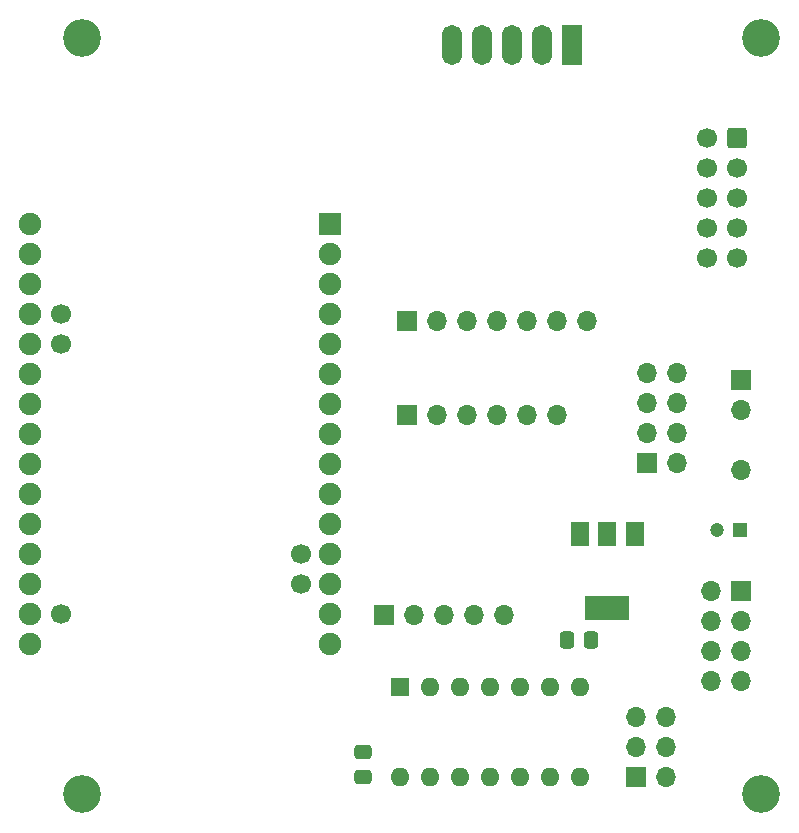
<source format=gbs>
G04 #@! TF.GenerationSoftware,KiCad,Pcbnew,7.0.5*
G04 #@! TF.CreationDate,2024-02-16T17:16:27-05:00*
G04 #@! TF.ProjectId,SoyuzControlBoard,536f7975-7a43-46f6-9e74-726f6c426f61,rev?*
G04 #@! TF.SameCoordinates,Original*
G04 #@! TF.FileFunction,Soldermask,Bot*
G04 #@! TF.FilePolarity,Negative*
%FSLAX46Y46*%
G04 Gerber Fmt 4.6, Leading zero omitted, Abs format (unit mm)*
G04 Created by KiCad (PCBNEW 7.0.5) date 2024-02-16 17:16:27*
%MOMM*%
%LPD*%
G01*
G04 APERTURE LIST*
G04 Aperture macros list*
%AMRoundRect*
0 Rectangle with rounded corners*
0 $1 Rounding radius*
0 $2 $3 $4 $5 $6 $7 $8 $9 X,Y pos of 4 corners*
0 Add a 4 corners polygon primitive as box body*
4,1,4,$2,$3,$4,$5,$6,$7,$8,$9,$2,$3,0*
0 Add four circle primitives for the rounded corners*
1,1,$1+$1,$2,$3*
1,1,$1+$1,$4,$5*
1,1,$1+$1,$6,$7*
1,1,$1+$1,$8,$9*
0 Add four rect primitives between the rounded corners*
20,1,$1+$1,$2,$3,$4,$5,0*
20,1,$1+$1,$4,$5,$6,$7,0*
20,1,$1+$1,$6,$7,$8,$9,0*
20,1,$1+$1,$8,$9,$2,$3,0*%
G04 Aperture macros list end*
%ADD10R,1.700000X1.700000*%
%ADD11O,1.700000X1.700000*%
%ADD12C,3.200000*%
%ADD13C,1.700000*%
%ADD14R,1.200000X1.200000*%
%ADD15C,1.200000*%
%ADD16RoundRect,0.250000X0.600000X0.600000X-0.600000X0.600000X-0.600000X-0.600000X0.600000X-0.600000X0*%
%ADD17RoundRect,0.250000X0.337500X0.475000X-0.337500X0.475000X-0.337500X-0.475000X0.337500X-0.475000X0*%
%ADD18RoundRect,0.102000X0.850000X0.850000X-0.850000X0.850000X-0.850000X-0.850000X0.850000X-0.850000X0*%
%ADD19C,1.904000*%
%ADD20R,1.600000X1.600000*%
%ADD21O,1.600000X1.600000*%
%ADD22R,1.500000X2.000000*%
%ADD23R,3.800000X2.000000*%
%ADD24R,1.700000X3.400000*%
%ADD25O,1.700000X3.400000*%
%ADD26RoundRect,0.250000X0.475000X-0.337500X0.475000X0.337500X-0.475000X0.337500X-0.475000X-0.337500X0*%
G04 APERTURE END LIST*
D10*
X118400000Y-84980000D03*
D11*
X120940000Y-84980000D03*
X118400000Y-82440000D03*
X120940000Y-82440000D03*
X118400000Y-79900000D03*
X120940000Y-79900000D03*
D12*
X71500000Y-86400000D03*
D13*
X69700000Y-45720000D03*
D12*
X129000000Y-22400000D03*
D13*
X90020000Y-68580000D03*
D12*
X71500000Y-22400000D03*
D13*
X69700000Y-48260000D03*
D10*
X127290000Y-69200000D03*
D11*
X124750000Y-69200000D03*
X127290000Y-71740000D03*
X124750000Y-71740000D03*
X127290000Y-74280000D03*
X124750000Y-74280000D03*
X127290000Y-76820000D03*
X124750000Y-76820000D03*
D13*
X69700000Y-71120000D03*
D12*
X129000000Y-86400000D03*
D13*
X90020000Y-66040000D03*
D14*
X127250000Y-64050000D03*
D15*
X125250000Y-64050000D03*
D10*
X119360000Y-58340000D03*
D11*
X121900000Y-58340000D03*
X119360000Y-55800000D03*
X121900000Y-55800000D03*
X119360000Y-53260000D03*
X121900000Y-53260000D03*
X119360000Y-50720000D03*
X121900000Y-50720000D03*
D16*
X127000000Y-30840000D03*
D13*
X124460000Y-30840000D03*
X127000000Y-33380000D03*
X124460000Y-33380000D03*
X127000000Y-35920000D03*
X124460000Y-35920000D03*
X127000000Y-38460000D03*
X124460000Y-38460000D03*
X127000000Y-41000000D03*
X124460000Y-41000000D03*
D17*
X114637500Y-73300000D03*
X112562500Y-73300000D03*
D18*
X92539500Y-38100000D03*
D19*
X92539500Y-40640000D03*
X92539500Y-43180000D03*
X92539500Y-45720000D03*
X92539500Y-48260000D03*
X92539500Y-50800000D03*
X92539500Y-53340000D03*
X92539500Y-55880000D03*
X92539500Y-58420000D03*
X92539500Y-60960000D03*
X92539500Y-63500000D03*
X92539500Y-66040000D03*
X92539500Y-68580000D03*
X92539500Y-71120000D03*
X92539500Y-73660000D03*
X67139500Y-73660000D03*
X67139500Y-71120000D03*
X67139500Y-68580000D03*
X67139500Y-66040000D03*
X67139500Y-63500000D03*
X67139500Y-60960000D03*
X67139500Y-58420000D03*
X67139500Y-55880000D03*
X67139500Y-53340000D03*
X67139500Y-50800000D03*
X67139500Y-48260000D03*
X67139500Y-45720000D03*
X67139500Y-43180000D03*
X67139500Y-40640000D03*
X67139500Y-38100000D03*
D20*
X98475000Y-77300000D03*
D21*
X101015000Y-77300000D03*
X103555000Y-77300000D03*
X106095000Y-77300000D03*
X108635000Y-77300000D03*
X111175000Y-77300000D03*
X113715000Y-77300000D03*
X113715000Y-84920000D03*
X111175000Y-84920000D03*
X108635000Y-84920000D03*
X106095000Y-84920000D03*
X103555000Y-84920000D03*
X101015000Y-84920000D03*
X98475000Y-84920000D03*
D22*
X113700000Y-64350000D03*
X116000000Y-64350000D03*
D23*
X116000000Y-70650000D03*
D22*
X118300000Y-64350000D03*
D24*
X112980000Y-23000000D03*
D25*
X110440000Y-23000000D03*
X107900000Y-23000000D03*
X105360000Y-23000000D03*
X102820000Y-23000000D03*
D10*
X127300000Y-51300000D03*
D11*
X127300000Y-53840000D03*
X127300000Y-58920000D03*
D26*
X95300000Y-84937500D03*
X95300000Y-82862500D03*
D10*
X99060000Y-54305200D03*
D11*
X101600000Y-54305200D03*
X104140000Y-54305200D03*
X106680000Y-54305200D03*
X109220000Y-54305200D03*
X111760000Y-54305200D03*
D10*
X97050000Y-71225000D03*
D11*
X99590000Y-71225000D03*
X102130000Y-71225000D03*
X104670000Y-71225000D03*
X107210000Y-71225000D03*
D10*
X99060000Y-46300000D03*
D11*
X101600000Y-46300000D03*
X104140000Y-46300000D03*
X106680000Y-46300000D03*
X109220000Y-46300000D03*
X111760000Y-46300000D03*
X114300000Y-46300000D03*
M02*

</source>
